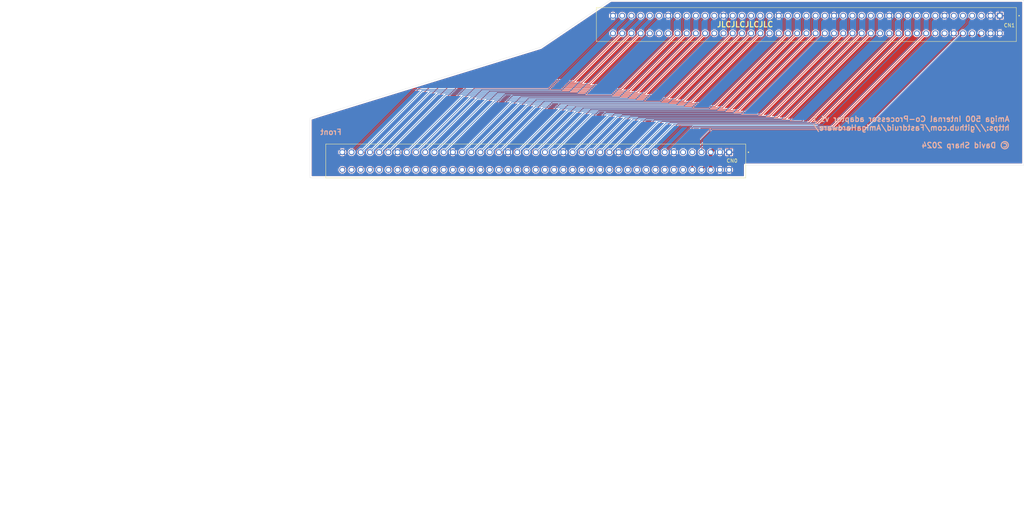
<source format=kicad_pcb>
(kicad_pcb (version 20240108) (generator "pcbnew") (generator_version "8.0")
  (layers (0 "F.Cu" signal) (1 "In1.Cu" signal) (2 "In2.Cu" signal) (31 "B.Cu" signal) (34 "B.Paste" user) (35 "F.Paste" user) (36 "B.SilkS" user "B.Silkscreen") (37 "F.SilkS" user "F.Silkscreen") (38 "B.Mask" user) (39 "F.Mask" user) (44 "Edge.Cuts" user))
  (net 0 "")
  (net 1 "+5V")
  (net 2 "GND")
  (net 3 "-5V")
  (net 4 "+12V")
  (net 5 "CCKQ")
  (net 6 "INT6")
  (net 7 "XRDY")
  (net 8 "BOSS")
  (net 9 "IPL1")
  (net 10 "A4")
  (net 11 "A3")
  (net 12 "A7")
  (net 13 "A8")
  (net 14 "A9")
  (net 15 "A10")
  (net 16 "A11")
  (net 17 "A12")
  (net 18 "IPL2")
  (net 19 "IPL0")
  (net 20 "BEER")
  (net 21 "VPA")
  (net 22 "E")
  (net 23 "A18")
  (net 24 "D6")
  (net 25 "D7")
  (net 26 "BGACK")
  (net 27 "D8")
  (net 28 "D9")
  (net 29 "D10")
  (net 30 "AS")
  (net 31 "UDS")
  (net 32 "LDS")
  (net 33 "R_W")
  (net 34 "DTACK")
  (net 35 "A21")
  (net 36 "D5")
  (net 37 "A20")
  (net 38 "A19")
  (net 39 "D0")
  (net 40 "D1")
  (net 41 "D2")
  (net 42 "D3")
  (net 43 "D4")
  (net 44 "D11")
  (net 45 "D12")
  (net 46 "D13")
  (net 47 "D14")
  (net 48 "D15")
  (net 49 "VMA")
  (net 50 "FC2")
  (net 51 "FC1")
  (net 52 "FC0")
  (net 53 "HLT")
  (net 54 "RST")
  (net 55 "CCK")
  (net 56 "28MHz")
  (net 57 "CDAC")
  (net 58 "OVR")
  (net 59 "INT2")
  (net 60 "A5")
  (net 61 "A6")
  (net 62 "A2")
  (net 63 "A1")
  (net 64 "A13")
  (net 65 "A14")
  (net 66 "A15")
  (net 67 "A16")
  (net 68 "A17")
  (net 69 "A22")
  (net 70 "A23")
  (net 71 "V7M")
  (net 72 "BR")
  (net 73 "BG")
  (footprint "footprints:TE_1-5530843-0" (layer "F.Cu") (at 118.280569 118.455131 180)
    (property "Reference" "CN0")
    (property "Value" "Co-Processor")
  )
  (footprint "footprints:TE_1-5530843-0" (layer "F.Cu") (at 192.930569 80.805131 180)
    (property "Reference" "CN1")
    (property "Value" "Co-Processor")
  )
  (gr_line (start 56.020569 123.100831) (end 56.020569 106.630831) (stroke (width 0.05)) (layer "Edge.Cuts"))
  (gr_line (start 176.180569 74.070831) (end 138.910569 74.070831) (stroke (width 0.05)) (layer "Edge.Cuts"))
  (gr_line (start 252.930569 74.069431) (end 252.930569 119.599431) (stroke (width 0.05)) (layer "Edge.Cuts"))
  (gr_line (start 176.180569 123.100831) (end 56.020569 123.100831) (stroke (width 0.05)) (layer "Edge.Cuts"))
  (gr_line (start 176.180569 74.070831) (end 252.930569 74.070831) (stroke (width 0.05)) (layer "Edge.Cuts"))
  (gr_line (start 176.180569 123.100831) (end 176.180569 119.600831) (stroke (width 0.05)) (layer "Edge.Cuts"))
  (gr_line (start 138.910569 74.070831) (end 119.590569 87.100831) (stroke (width 0.05)) (layer "Edge.Cuts"))
  (gr_line (start 176.180569 119.600831) (end 252.930569 119.600831) (stroke (width 0.05)) (layer "Edge.Cuts"))
  (gr_line (start 56.020569 106.630831) (end 119.590569 87.100831) (stroke (width 0.05)) (layer "Edge.Cuts"))
  (gr_text "Front" (at 64.890569 111.359431 0) (layer "B.SilkS") (effects (font (size 1.5 1.5) (thickness 0.3) (bold yes)) (justify left bottom mirror)))
  (gr_text "Amiga 500 Internal Co-Processor adaptor v1.1\nhttps://github.com/Fastdruid/AmigaHardware/\n\n© David Sharp 2024" (at 249.130569 114.999431 0) (layer "B.SilkS") (effects (font (size 1.5 1.5) (thickness 0.3) (bold yes)) (justify left bottom mirror)))
  (gr_text "JLCJLCJLCJLC" (at 168.100569 81.659431 0) (layer "F.SilkS") (effects (font (size 1.5 1.5) (thickness 0.3) (bold yes)) (justify left bottom)))
  (segment (start -19.213931 213.377831) (end -19.313931 213.277831) (width 0) (layer "F.Cu") (net 0))
  (segment (start -11.593931 213.377831) (end -11.693931 213.277831) (width 0) (layer "F.Cu") (net 0))
  (segment (start -6.513931 213.377831) (end -6.613931 213.277831) (width 0) (layer "F.Cu") (net 0))
  (segment (start -29.373931 213.377831) (end -29.473931 213.277831) (width 0) (layer "F.Cu") (net 0))
  (segment (start -24.293931 213.377831) (end -24.393931 213.277831) (width 0) (layer "F.Cu") (net 0))
  (segment (start 173.139719 114.55) (end 209.8714 114.55) (width 1) (layer "F.Cu") (net 1))
  (segment (start 209.8714 114.55) (end 241.190569 83.230831) (width 1) (layer "F.Cu") (net 1))
  (segment (start 173.1 114.510281) (end 173.139719 114.55) (width 1) (layer "F.Cu") (net 1))
  (segment (start 168.059719 114.510281) (end 173.1 114.510281) (width 1) (layer "F.Cu") (net 1))
  (segment (start 166.540569 116.029431) (end 168.059719 114.510281) (width 1) (layer "F.Cu") (net 1))
  (segment (start 166.530569 120.860831) (end 166.530569 116.009431) (width 1) (layer "F.Cu") (net 1))
  (segment (start 165.269719 116.555131) (end 165.261419 116.563431) (width 0.5) (layer "F.Cu") (net 3))
  (segment (start 238.650569 83.230831) (end 238.619169 83.230831) (width 0.5) (layer "F.Cu") (net 3))
  (segment (start 165.261419 116.563431) (end 165.261419 119.589981) (width 0.5) (layer "F.Cu") (net 3))
  (segment (start 168.05345 112.72) (end 165.269719 115.503731) (width 0.5) (layer "F.Cu") (net 3))
  (segment (start 209.13 112.72) (end 168.05345 112.72) (width 0.5) (layer "F.Cu") (net 3))
  (segment (start 165.261419 119.589981) (end 163.990569 120.860831) (width 0.5) (layer "F.Cu") (net 3))
  (segment (start 238.619169 83.230831) (end 209.13 112.72) (width 0.5) (layer "F.Cu") (net 3))
  (segment (start 165.269719 115.503731) (end 165.269719 116.555131) (width 0.5) (layer "F.Cu") (net 3))
  (segment (start 162.729719 116.555131) (end 162.729719 115.475431) (width 0.5) (layer "F.Cu") (net 4))
  (segment (start 162.719719 116.565131) (end 162.729719 116.555131) (width 0.5) (layer "F.Cu") (net 4))
  (segment (start 161.450569 120.860831) (end 161.450569 118.739431) (width 0.5) (layer "F.Cu") (net 4))
  (segment (start 162.719719 117.470281) (end 162.719719 116.565131) (width 0.5) (layer "F.Cu") (net 4))
  (segment (start 162.729719 115.475431) (end 166.86515 111.34) (width 0.5) (layer "F.Cu") (net 4))
  (segment (start 161.450569 118.739431) (end 162.719719 117.470281) (width 0.5) (layer "F.Cu") (net 4))
  (segment (start 208.0014 111.34) (end 236.110569 83.230831) (width 0.5) (layer "F.Cu") (net 4))
  (segment (start 166.86515 111.34) (end 208.0014 111.34) (width 0.5) (layer "F.Cu") (net 4))
  (segment (start 160.102819 115.757181) (end 160.102819 117.128581) (width 0.2) (layer "F.Cu") (net 5))
  (segment (start 231.030569 83.230831) (end 230.879169 83.230831) (width 0.2) (layer "F.Cu") (net 5))
  (segment (start 204.250569 109.859431) (end 166.000569 109.859431) (width 0.2) (layer "F.Cu") (net 5))
  (segment (start 166.000569 109.859431) (end 160.102819 115.757181) (width 0.2) (layer "F.Cu") (net 5))
  (segment (start 160.102819 117.128581) (end 156.370569 120.860831) (width 0.2) (layer "F.Cu") (net 5))
  (segment (start 230.879169 83.230831) (end 204.250569 109.859431) (width 0.2) (layer "F.Cu") (net 5))
  (segment (start 195.920569 108.259431) (end 157.440569 108.259431) (width 0.2) (layer "F.Cu") (net 6))
  (segment (start 149.879719 116.492999) (end 149.869719 116.502999) (width 0.2) (layer "F.Cu") (net 6))
  (segment (start 220.870569 83.309431) (end 195.920569 108.259431) (width 0.2) (layer "F.Cu") (net 6))
  (segment (start 149.879719 115.820281) (end 149.879719 116.492999) (width 0.2) (layer "F.Cu") (net 6))
  (segment (start 149.869719 116.502999) (end 149.869719 117.201681) (width 0.2) (layer "F.Cu") (net 6))
  (segment (start 149.869719 117.201681) (end 146.210569 120.860831) (width 0.2) (layer "F.Cu") (net 6))
  (segment (start 157.440569 108.259431) (end 149.879719 115.820281) (width 0.2) (layer "F.Cu") (net 6))
  (segment (start 220.870569 83.230831) (end 220.870569 83.309431) (width 0.2) (layer "F.Cu") (net 6))
  (segment (start 161.730569 109.059431) (end 155.251419 115.538581) (width 0.2) (layer "F.Cu") (net 7))
  (segment (start 200.110569 109.059431) (end 161.730569 109.059431) (width 0.2) (layer "F.Cu") (net 7))
  (segment (start 225.939169 83.230831) (end 200.110569 109.059431) (width 0.2) (layer "F.Cu") (net 7))
  (segment (start 155.251419 116.899981) (end 151.290569 120.860831) (width 0.2) (layer "F.Cu") (net 7))
  (segment (start 155.251419 115.538581) (end 155.251419 116.899981) (width 0.2) (layer "F.Cu") (net 7))
  (segment (start 225.950569 83.230831) (end 225.939169 83.230831) (width 0.2) (layer "F.Cu") (net 7))
  (segment (start 124.479719 117.191681) (end 120.810569 120.860831) (width 0.2) (layer "F.Cu") (net 9))
  (segment (start 124.479719 115.837563) (end 124.479719 117.191681) (width 0.2) (layer "F.Cu") (net 9))
  (segment (start 174.190569 104.579431) (end 135.737851 104.579431) (width 0.2) (layer "F.Cu") (net 9))
  (segment (start 195.470569 83.299431) (end 174.190569 104.579431) (width 0.2) (layer "F.Cu") (net 9))
  (segment (start 195.470569 83.230831) (end 195.470569 83.299431) (width 0.2) (layer "F.Cu") (net 9))
  (segment (start 135.737851 104.579431) (end 124.479719 115.837563) (width 0.2) (layer "F.Cu") (net 9))
  (segment (start 155.317851 107.859431) (end 147.289719 115.887563) (width 0.2) (layer "F.Cu") (net 10))
  (segment (start 147.289719 115.887563) (end 147.289719 116.472288) (width 0.2) (layer "F.Cu") (net 10))
  (segment (start 193.660569 107.859431) (end 155.317851 107.859431) (width 0.2) (layer "F.Cu") (net 10))
  (segment (start 147.279719 116.482288) (end 147.279719 117.251681) (width 0.2) (layer "F.Cu") (net 10))
  (segment (start 147.289719 116.472288) (end 147.279719 116.482288) (width 0.2) (layer "F.Cu") (net 10))
  (segment (start 218.330569 83.230831) (end 218.289169 83.230831) (width 0.2) (layer "F.Cu") (net 10))
  (segment (start 147.279719 117.251681) (end 143.670569 120.860831) (width 0.2) (layer "F.Cu") (net 10))
  (segment (start 218.289169 83.230831) (end 193.660569 107.859431) (width 0.2) (layer "F.Cu") (net 10))
  (segment (start 145.141419 115.528581) (end 145.141419 116.849981) (width 0.2) (layer "F.Cu") (net 11))
  (segment (start 145.141419 116.849981) (end 141.130569 120.860831) (width 0.2) (layer "F.Cu") (net 11))
  (segment (start 215.790569 83.230831) (end 215.790569 83.359431) (width 0.2) (layer "F.Cu") (net 11))
  (segment (start 215.790569 83.359431) (end 191.640569 107.509431) (width 0.2) (layer "F.Cu") (net 11))
  (segment (start 191.640569 107.509431) (end 153.160569 107.509431) (width 0.2) (layer "F.Cu") (net 11))
  (segment (start 153.160569 107.509431) (end 145.141419 115.528581) (width 0.2) (layer "F.Cu") (net 11))
  (segment (start 142.249719 117.201681) (end 138.590569 120.860831) (width 0.2) (layer "F.Cu") (net 12))
  (segment (start 142.259719 116.492999) (end 142.249719 116.502999) (width 0.2) (layer "F.Cu") (net 12))
  (segment (start 142.259719 115.908274) (end 142.259719 116.492999) (width 0.2) (layer "F.Cu") (net 12))
  (segment (start 213.250569 83.230831) (end 213.250569 83.329431) (width 0.2) (layer "F.Cu") (net 12))
  (segment (start 151.008562 107.159431) (end 142.259719 115.908274) (width 0.2) (layer "F.Cu") (net 12))
  (segment (start 189.420569 107.159431) (end 151.008562 107.159431) (width 0.2) (layer "F.Cu") (net 12))
  (segment (start 142.249719 116.502999) (end 142.249719 117.201681) (width 0.2) (layer "F.Cu") (net 12))
  (segment (start 213.250569 83.329431) (end 189.420569 107.159431) (width 0.2) (layer "F.Cu") (net 12))
  (segment (start 148.747851 106.809431) (end 139.669719 115.887563) (width 0.2) (layer "F.Cu") (net 13))
  (segment (start 139.669719 117.241681) (end 136.050569 120.860831) (width 0.2) (layer "F.Cu") (net 13))
  (segment (start 210.710569 83.230831) (end 210.710569 83.269431) (width 0.2) (layer "F.Cu") (net 13))
  (segment (start 210.710569 83.269431) (end 187.170569 106.809431) (width 0.2) (layer "F.Cu") (net 13))
  (segment (start 139.669719 115.887563) (end 139.669719 117.241681) (width 0.2) (layer "F.Cu") (net 13))
  (segment (start 187.170569 106.809431) (end 148.747851 106.809431) (width 0.2) (layer "F.Cu") (net 13))
  (segment (start 137.521419 115.548581) (end 137.521419 116.849981) (width 0.2) (layer "F.Cu") (net 14))
  (segment (start 146.640569 106.429431) (end 137.521419 115.548581) (width 0.2) (layer "F.Cu") (net 14))
  (segment (start 208.169169 83.230831) (end 184.970569 106.429431) (width 0.2) (layer "F.Cu") (net 14))
  (segment (start 208.170569 83.230831) (end 208.169169 83.230831) (width 0.2) (layer "F.Cu") (net 14))
  (segment (start 137.521419 116.849981) (end 133.510569 120.860831) (width 0.2) (layer "F.Cu") (net 14))
  (segment (start 184.970569 106.429431) (end 146.640569 106.429431) (width 0.2) (layer "F.Cu") (net 14))
  (segment (start 182.810569 106.079431) (end 144.468562 106.079431) (width 0.2) (layer "F.Cu") (net 15))
  (segment (start 134.981419 116.849981) (end 130.970569 120.860831) (width 0.2) (layer "F.Cu") (net 15))
  (segment (start 144.468562 106.079431) (end 134.981419 115.566574) (width 0.2) (layer "F.Cu") (net 15))
  (segment (start 134.981419 115.566574) (end 134.981419 116.849981) (width 0.2) (layer "F.Cu") (net 15))
  (segment (start 205.630569 83.259431) (end 182.810569 106.079431) (width 0.2) (layer "F.Cu") (net 15))
  (segment (start 205.630569 83.230831) (end 205.630569 83.259431) (width 0.2) (layer "F.Cu") (net 15))
  (segment (start 203.090569 83.230831) (end 203.039169 83.230831) (width 0.2) (layer "F.Cu") (net 16))
  (segment (start 132.039719 116.482288) (end 132.039719 117.251681) (width 0.2) (layer "F.Cu") (net 16))
  (segment (start 180.540569 105.729431) (end 142.210569 105.729431) (width 0.2) (layer "F.Cu") (net 16))
  (segment (start 132.049719 115.890281) (end 132.049719 116.472288) (width 0.2) (layer "F.Cu") (net 16))
  (segment (start 132.049719 116.472288) (end 132.039719 116.482288) (width 0.2) (layer "F.Cu") (net 16))
  (segment (start 132.039719 117.251681) (end 128.430569 120.860831) (width 0.2) (layer "F.Cu") (net 16))
  (segment (start 142.210569 105.729431) (end 132.049719 115.890281) (width 0.2) (layer "F.Cu") (net 16))
  (segment (start 203.039169 83.230831) (end 180.540569 105.729431) (width 0.2) (layer "F.Cu") (net 16))
  (segment (start 178.480569 105.379431) (end 140.070569 105.379431) (width 0.2) (layer "F.Cu") (net 17))
  (segment (start 129.901419 115.548581) (end 129.901419 116.849981) (width 0.2) (layer "F.Cu") (net 17))
  (segment (start 140.070569 105.379431) (end 129.901419 115.548581) (width 0.2) (layer "F.Cu") (net 17))
  (segment (start 200.550569 83.309431) (end 178.480569 105.379431) (width 0.2) (layer "F.Cu") (net 17))
  (segment (start 129.901419 116.849981) (end 125.890569 120.860831) (width 0.2) (layer "F.Cu") (net 17))
  (segment (start 200.550569 83.230831) (end 200.550569 83.309431) (width 0.2) (layer "F.Cu") (net 17))
  (segment (start 133.550569 104.179431) (end 122.002819 115.727181) (width 0.2) (layer "F.Cu") (net 18))
  (segment (start 192.930569 83.230831) (end 192.929169 83.230831) (width 0.2) (layer "F.Cu") (net 18))
  (segment (start 122.002819 115.727181) (end 122.002819 117.128581) (width 0.2) (layer "F.Cu") (net 18))
  (segment (start 171.980569 104.179431) (end 133.550569 104.179431) (width 0.2) (layer "F.Cu") (net 18))
  (segment (start 122.002819 117.128581) (end 118.270569 120.860831) (width 0.2) (layer "F.Cu") (net 18))
  (segment (start 192.929169 83.230831) (end 171.980569 104.179431) (width 0.2) (layer "F.Cu") (net 18))
  (segment (start 127.311419 116.899981) (end 123.350569 120.860831) (width 0.2) (layer "F.Cu") (net 19))
  (segment (start 137.740569 104.979431) (end 127.311419 115.408581) (width 0.2) (layer "F.Cu") (net 19))
  (segment (start 198.010569 83.230831) (end 198.009169 83.230831) (width 0.2) (layer "F.Cu") (net 19))
  (segment (start 176.260569 104.979431) (end 137.740569 104.979431) (width 0.2) (layer "F.Cu") (net 19))
  (segment (start 127.311419 115.408581) (end 127.311419 116.899981) (width 0.2) (layer "F.Cu") (net 19))
  (segment (start 198.009169 83.230831) (end 176.260569 104.979431) (width 0.2) (layer "F.Cu") (net 19))
  (segment (start 119.399719 115.837563) (end 119.399719 116.492999) (width 0.2) (layer "F.Cu") (net 20))
  (segment (start 131.457851 103.779431) (end 119.399719 115.837563) (width 0.2) (layer "F.Cu") (net 20))
  (segment (start 119.399719 116.492999) (end 119.389719 116.502999) (width 0.2) (layer "F.Cu") (net 20))
  (segment (start 119.389719 116.502999) (end 119.389719 117.201681) (width 0.2) (layer "F.Cu") (net 20))
  (segment (start 190.390569 83.230831) (end 190.379169 83.230831) (width 0.2) (layer "F.Cu") (net 20))
  (segment (start 190.379169 83.230831) (end 169.830569 103.779431) (width 0.2) (layer "F.Cu") (net 20))
  (segment (start 119.389719 117.201681) (end 115.730569 120.860831) (width 0.2) (layer "F.Cu") (net 20))
  (segment (start 169.830569 103.779431) (end 131.457851 103.779431) (width 0.2) (layer "F.Cu") (net 20))
  (segment (start 117.201419 116.849981) (end 113.190569 120.860831) (width 0.2) (layer "F.Cu") (net 21))
  (segment (start 129.388562 103.379431) (end 117.201419 115.566574) (width 0.2) (layer "F.Cu") (net 21))
  (segment (start 187.850569 83.230831) (end 187.850569 83.299431) (width 0.2) (layer "F.Cu") (net 21))
  (segment (start 187.850569 83.299431) (end 167.770569 103.379431) (width 0.2) (layer "F.Cu") (net 21))
  (segment (start 117.201419 115.566574) (end 117.201419 116.849981) (width 0.2) (layer "F.Cu") (net 21))
  (segment (start 167.770569 103.379431) (end 129.388562 103.379431) (width 0.2) (layer "F.Cu") (net 21))
  (segment (start 165.570569 102.979431) (end 127.177851 102.979431) (width 0.2) (layer "F.Cu") (net 22))
  (segment (start 114.309719 117.201681) (end 110.650569 120.860831) (width 0.2) (layer "F.Cu") (net 22))
  (segment (start 114.309719 116.502999) (end 114.309719 117.201681) (width 0.2) (layer "F.Cu") (net 22))
  (segment (start 185.310569 83.239431) (end 165.570569 102.979431) (width 0.2) (layer "F.Cu") (net 22))
  (segment (start 114.319719 115.837563) (end 114.319719 116.492999) (width 0.2) (layer "F.Cu") (net 22))
  (segment (start 127.177851 102.979431) (end 114.319719 115.837563) (width 0.2) (layer "F.Cu") (net 22))
  (segment (start 185.310569 83.230831) (end 185.310569 83.239431) (width 0.2) (layer "F.Cu") (net 22))
  (segment (start 114.319719 116.492999) (end 114.309719 116.502999) (width 0.2) (layer "F.Cu") (net 22))
  (segment (start 125.108562 102.579431) (end 112.121419 115.566574) (width 0.2) (layer "F.Cu") (net 23))
  (segment (start 182.770569 83.230831) (end 182.770569 83.279431) (width 0.2) (layer "F.Cu") (net 23))
  (segment (start 112.121419 116.849981) (end 108.110569 120.860831) (width 0.2) (layer "F.Cu") (net 23))
  (segment (start 112.121419 115.566574) (end 112.121419 116.849981) (width 0.2) (layer "F.Cu") (net 23))
  (segment (start 163.470569 102.579431) (end 125.108562 102.579431) (width 0.2) (layer "F.Cu") (net 23))
  (segment (start 182.770569 83.279431) (end 163.470569 102.579431) (width 0.2) (layer "F.Cu") (net 23))
  (segment (start 128.790569 96.579431) (end 93.334735 96.579431) (width 0.2) (layer "F.Cu") (net 24))
  (segment (start 71.089719 117.241681) (end 67.470569 120.860831) (width 0.2) (layer "F.Cu") (net 24))
  (segment (start 93.334735 96.579431) (end 89.240831 97.837162) (width 0.2) (layer "F.Cu") (net 24))
  (segment (start 71.089719 115.988274) (end 71.089719 117.241681) (width 0.2) (layer "F.Cu") (net 24))
  (segment (start 89.240831 97.837162) (end 71.089719 115.988274) (width 0.2) (layer "F.Cu") (net 24))
  (segment (start 142.130569 83.239431) (end 128.790569 96.579431) (width 0.2) (layer "F.Cu") (net 24))
  (segment (start 142.130569 83.230831) (end 142.130569 83.239431) (width 0.2) (layer "F.Cu") (net 24))
  (segment (start 144.670569 83.230831) (end 144.669169 83.230831) (width 0.2) (layer "F.Cu") (net 25))
  (segment (start 92.378705 97.239288) (end 73.629719 115.988274) (width 0.2) (layer "F.Cu") (net 25))
  (segment (start 73.629719 115.988274) (end 73.629719 117.241681) (width 0.2) (layer "F.Cu") (net 25))
  (segment (start 73.629719 117.241681) (end 70.010569 120.860831) (width 0.2) (layer "F.Cu") (net 25))
  (segment (start 130.970569 96.929431) (end 93.387287 96.929431) (width 0.2) (layer "F.Cu") (net 25))
  (segment (start 93.387287 96.929431) (end 92.378705 97.239288) (width 0.2) (layer "F.Cu") (net 25))
  (segment (start 144.669169 83.230831) (end 130.970569 96.929431) (width 0.2) (layer "F.Cu") (net 25))
  (segment (start 99.079719 116.492999) (end 99.069719 116.502999) (width 0.2) (layer "F.Cu") (net 26))
  (segment (start 114.187851 100.729431) (end 99.079719 115.837563) (width 0.2) (layer "F.Cu") (net 26))
  (segment (start 99.069719 116.502999) (end 99.069719 117.201681) (width 0.2) (layer "F.Cu") (net 26))
  (segment (start 170.070569 83.269431) (end 152.610569 100.729431) (width 0.2) (layer "F.Cu") (net 26))
  (segment (start 99.069719 117.201681) (end 95.410569 120.860831) (width 0.2) (layer "F.Cu") (net 26))
  (segment (start 99.079719 115.837563) (end 99.079719 116.492999) (width 0.2) (layer "F.Cu") (net 26))
  (segment (start 152.610569 100.729431) (end 114.187851 100.729431) (width 0.2) (layer "F.Cu") (net 26))
  (segment (start 170.070569 83.230831) (end 170.070569 83.269431) (width 0.2) (layer "F.Cu") (net 26))
  (segment (start 76.169719 115.988274) (end 76.169719 117.241681) (width 0.2) (layer "F.Cu") (net 27))
  (segment (start 133.170569 97.279431) (end 94.878562 97.279431) (width 0.2) (layer "F.Cu") (net 27))
  (segment (start 94.878562 97.279431) (end 76.169719 115.988274) (width 0.2) (layer "F.Cu") (net 27))
  (segment (start 147.210569 83.230831) (end 147.210569 83.239431) (width 0.2) (layer "F.Cu") (net 27))
  (segment (start 76.169719 117.241681) (end 72.550569 120.860831) (width 0.2) (layer "F.Cu") (net 27))
  (segment (start 147.210569 83.239431) (end 133.170569 97.279431) (width 0.2) (layer "F.Cu") (net 27))
  (segment (start 96.997851 97.629431) (end 78.822819 115.804463) (width 0.2) (layer "F.Cu") (net 28))
  (segment (start 149.750569 83.230831) (end 149.739169 83.230831) (width 0.2) (layer "F.Cu") (net 28))
  (segment (start 149.739169 83.230831) (end 135.340569 97.629431) (width 0.2) (layer "F.Cu") (net 28))
  (segment (start 135.340569 97.629431) (end 96.997851 97.629431) (width 0.2) (layer "F.Cu") (net 28))
  (segment (start 78.822819 115.804463) (end 78.822819 117.128581) (width 0.2) (layer "F.Cu") (net 28))
  (segment (start 78.822819 117.128581) (end 75.090569 120.860831) (width 0.2) (layer "F.Cu") (net 28))
  (segment (start 81.299719 115.938274) (end 81.299719 117.191681) (width 0.2) (layer "F.Cu") (net 29))
  (segment (start 152.289169 83.230831) (end 137.540569 97.979431) (width 0.2) (layer "F.Cu") (net 29))
  (segment (start 81.299719 117.191681) (end 77.630569 120.860831) (width 0.2) (layer "F.Cu") (net 29))
  (segment (start 137.540569 97.979431) (end 99.258562 97.979431) (width 0.2) (layer "F.Cu") (net 29))
  (segment (start 99.258562 97.979431) (end 81.299719 115.938274) (width 0.2) (layer "F.Cu") (net 29))
  (segment (start 152.290569 83.230831) (end 152.289169 83.230831) (width 0.2) (layer "F.Cu") (net 29))
  (segment (start 154.830569 83.230831) (end 154.830569 83.339431) (width 0.2) (layer "F.Cu") (net 30))
  (segment (start 84.181419 116.849981) (end 80.170569 120.860831) (width 0.2) (layer "F.Cu") (net 30))
  (segment (start 139.840569 98.329431) (end 101.400569 98.329431) (width 0.2) (layer "F.Cu") (net 30))
  (segment (start 101.400569 98.329431) (end 84.181419 115.548581) (width 0.2) (layer "F.Cu") (net 30))
  (segment (start 154.830569 83.339431) (end 139.840569 98.329431) (width 0.2) (layer "F.Cu") (net 30))
  (segment (start 84.181419 115.548581) (end 84.181419 116.849981) (width 0.2) (layer "F.Cu") (net 30))
  (segment (start 86.379719 115.837563) (end 86.379719 117.191681) (width 0.2) (layer "F.Cu") (net 31))
  (segment (start 103.487851 98.729431) (end 86.379719 115.837563) (width 0.2) (layer "F.Cu") (net 31))
  (segment (start 86.379719 117.191681) (end 82.710569 120.860831) (width 0.2) (layer "F.Cu") (net 31))
  (segment (start 141.860569 98.729431) (end 103.487851 98.729431) (width 0.2) (layer "F.Cu") (net 31))
  (segment (start 157.359169 83.230831) (end 141.860569 98.729431) (width 0.2) (layer "F.Cu") (net 31))
  (segment (start 157.370569 83.230831) (end 157.359169 83.230831) (width 0.2) (layer "F.Cu") (net 31))
  (segment (start 105.627851 99.129431) (end 88.919719 115.837563) (width 0.2) (layer "F.Cu") (net 32))
  (segment (start 88.919719 116.492999) (end 88.909719 116.502999) (width 0.2) (layer "F.Cu") (net 32))
  (segment (start 159.910569 83.299431) (end 144.080569 99.129431) (width 0.2) (layer "F.Cu") (net 32))
  (segment (start 159.910569 83.230831) (end 159.910569 83.299431) (width 0.2) (layer "F.Cu") (net 32))
  (segment (start 88.919719 115.837563) (end 88.919719 116.492999) (width 0.2) (layer "F.Cu") (net 32))
  (segment (start 88.909719 116.502999) (end 88.909719 117.201681) (width 0.2) (layer "F.Cu") (net 32))
  (segment (start 88.909719 117.201681) (end 85.250569 120.860831) (width 0.2) (layer "F.Cu") (net 32))
  (segment (start 144.080569 99.129431) (end 105.627851 99.129431) (width 0.2) (layer "F.Cu") (net 32))
  (segment (start 146.230569 99.529431) (end 107.790569 99.529431) (width 0.2) (layer "F.Cu") (net 33))
  (segment (start 91.522819 117.128581) (end 87.790569 120.860831) (width 0.2) (layer "F.Cu") (net 33))
  (segment (start 107.790569 99.529431) (end 92.429719 114.890281) (width 0.2) (layer "F.Cu") (net 33))
  (segment (start 92.429719 114.890281) (end 92.407001 114.890281) (width 0.2) (layer "F.Cu") (net 33))
  (segment (start 162.450569 83.309431) (end 146.230569 99.529431) (width 0.2) (layer "F.Cu") (net 33))
  (segment (start 91.522819 115.774463) (end 91.522819 117.128581) (width 0.2) (layer "F.Cu") (net 33))
  (segment (start 162.450569 83.230831) (end 162.450569 83.309431) (width 0.2) (layer "F.Cu") (net 33))
  (segment (start 92.407001 114.890281) (end 91.522819 115.774463) (width 0.2) (layer "F.Cu") (net 33))
  (segment (start 164.990569 83.319431) (end 148.380569 99.929431) (width 0.2) (layer "F.Cu") (net 34))
  (segment (start 109.900569 99.929431) (end 93.999719 115.830281) (width 0.2) (layer "F.Cu") (net 34))
  (segment (start 164.990569 83.230831) (end 164.990569 83.319431) (width 0.2) (layer "F.Cu") (net 34))
  (segment (start 93.989719 116.502999) (end 93.989719 117.201681) (width 0.2) (layer "F.Cu") (net 34))
  (segment (start 148.380569 99.929431) (end 109.900569 99.929431) (width 0.2) (layer "F.Cu") (net 34))
  (segment (start 93.999719 116.492999) (end 93.989719 116.502999) (width 0.2) (layer "F.Cu") (net 34))
  (segment (start 93.989719 117.201681) (end 90.330569 120.860831) (width 0.2) (layer "F.Cu") (net 34))
  (segment (start 93.999719 115.830281) (end 93.999719 116.492999) (width 0.2) (layer "F.Cu") (net 34))
  (segment (start 175.150569 83.230831) (end 175.149169 83.230831) (width 0.2) (layer "F.Cu") (net 35))
  (segment (start 104.149719 116.502999) (end 104.149719 117.201681) (width 0.2) (layer "F.Cu") (net 35))
  (segment (start 175.149169 83.230831) (end 156.850569 101.529431) (width 0.2) (layer "F.Cu") (net 35))
  (segment (start 104.149719 117.201681) (end 100.490569 120.860831) (width 0.2) (layer "F.Cu") (net 35))
  (segment (start 104.159719 115.830281) (end 104.159719 116.492999) (width 0.2) (layer "F.Cu") (net 35))
  (segment (start 156.850569 101.529431) (end 118.460569 101.529431) (width 0.2) (layer "F.Cu") (net 35))
  (segment (start 118.460569 101.529431) (end 104.159719 115.830281) (width 0.2) (layer "F.Cu") (net 35))
  (segment (start 104.159719 116.492999) (end 104.149719 116.502999) (width 0.2) (layer "F.Cu") (net 35))
  (segment (start 68.940569 115.597424) (end 86.102957 98.435036) (width 0.2) (layer "F.Cu") (net 36))
  (segment (start 86.143595 98.435036) (end 88.99156 97.560083) (width 0.2) (layer "F.Cu") (net 36))
  (segment (start 93.370531 96.202289) (end 126.547711 96.202289) (width 0.2) (layer "F.Cu") (net 36))
  (segment (start 64.930569 120.860831) (end 68.940569 116.850831) (width 0.2) (layer "F.Cu") (net 36))
  (segment (start 126.547711 96.202289) (end 139.519169 83.230831) (width 0.2) (layer "F.Cu") (net 36))
  (segment (start 88.99156 97.560083) (end 88.999463 97.54517) (width 0.2) (layer "F.Cu") (net 36))
  (segment (start 139.519169 83.230831) (end 139.590569 83.230831) (width 0.2) (layer "F.Cu") (net 36))
  (segment (start 88.999463 97.54517) (end 93.370531 96.202289) (width 0.2) (layer "F.Cu") (net 36))
  (segment (start 68.940569 116.850831) (end 68.940569 115.597424) (width 0.2) (layer "F.Cu") (net 36))
  (segment (start 107.041419 115.558581) (end 107.041419 116.849981) (width 0.2) (layer "F.Cu") (net 37))
  (segment (start 120.720569 101.879431) (end 107.041419 115.558581) (width 0.2) (layer "F.Cu") (net 37))
  (segment (start 177.690569 83.239431) (end 159.050569 101.879431) (width 0.2) (layer "F.Cu") (net 37))
  (segment (start 177.690569 83.230831) (end 177.690569 83.239431) (width 0.2) (layer "F.Cu") (net 37))
  (segment (start 107.041419 116.849981) (end 103.030569 120.860831) (width 0.2) (layer "F.Cu") (net 37))
  (segment (start 159.050569 101.879431) (end 120.720569 101.879431) (width 0.2) (layer "F.Cu") (net 37))
  (segment (start 180.230569 83.230831) (end 180.230569 83.269431) (width 0.2) (layer "F.Cu") (net 38))
  (segment (start 105.439169 120.860831) (end 105.570569 120.860831) (width 0.2) (layer "F.Cu") (net 38))
  (segment (start 109.189719 116.472288) (end 109.179719 116.482288) (width 0.2) (layer "F.Cu") (net 38))
  (segment (start 109.179719 117.120281) (end 105.439169 120.860831) (width 0.2) (layer "F.Cu") (net 38))
  (segment (start 161.270569 102.229431) (end 122.847851 102.229431) (width 0.2) (layer "F.Cu") (net 38))
  (segment (start 180.230569 83.269431) (end 161.270569 102.229431) (width 0.2) (layer "F.Cu") (net 38))
  (segment (start 122.847851 102.229431) (end 109.189719 115.887563) (width 0.2) (layer "F.Cu") (net 38))
  (segment (start 109.189719 115.887563) (end 109.189719 116.472288) (width 0.2) (layer "F.Cu") (net 38))
  (segment (start 109.179719 116.482288) (end 109.179719 117.120281) (width 0.2) (layer "F.Cu") (net 38))
  (segment (start 152.290569 78.379431) (end 148.681419 81.988581) (width 0.2) (layer "B.Cu") (net 39))
  (segment (start 93.53 100.11) (end 77.630569 116.009431) (width 0.2) (layer "B.Cu") (net 39))
  (segment (start 148.681419 81.988581) (end 148.681419 83.288581) (width 0.2) (layer "B.Cu") (net 39))
  (segment (start 131.86 100.11) (end 93.53 100.11) (width 0.2) (layer "B.Cu") (net 39))
  (segment (start 148.681419 83.288581) (end 131.86 100.11) (width 0.2) (layer "B.Cu") (net 39))
  (segment (start 146.141419 81.988581) (end 146.141419 83.308581) (width 0.2) (layer "B.Cu") (net 40))
  (segment (start 91.34 99.76) (end 75.090569 116.009431) (width 0.2) (layer "B.Cu") (net 40))
  (segment (start 129.69 99.76) (end 91.34 99.76) (width 0.2) (layer "B.Cu") (net 40))
  (segment (start 149.750569 78.379431) (end 146.141419 81.988581) (width 0.2) (layer "B.Cu") (net 40))
  (segment (start 146.141419 83.308581) (end 129.69 99.76) (width 0.2) (layer "B.Cu") (net 40))
  (segment (start 127.53 99.41) (end 89.15 99.41) (width 0.2) (layer "B.Cu") (net 41))
  (segment (start 143.210569 82.379431) (end 143.210569 83.729431) (width 0.2) (layer "B.Cu") (net 41))
  (segment (start 143.210569 83.729431) (end 127.53 99.41) (width 0.2) (layer "B.Cu") (net 41))
  (segment (start 147.210569 78.379431) (end 143.210569 82.379431) (width 0.2) (layer "B.Cu") (net 41))
  (segment (start 89.15 99.41) (end 72.550569 116.009431) (width 0.2) (layer "B.Cu") (net 41))
  (segment (start 141.061419 81.988581) (end 141.061419 83.318581) (width 0.2) (layer "B.Cu") (net 42))
  (segment (start 86.96 99.06) (end 70.010569 116.009431) (width 0.2) (layer "B.Cu") (net 42))
  (segment (start 141.061419 83.318581) (end 125.32 99.06) (width 0.2) (layer "B.Cu") (net 42))
  (segment (start 144.670569 78.379431) (end 141.061419 81.988581) (width 0.2) (layer "B.Cu") (net 42))
  (segment (start 125.32 99.06) (end 86.96 99.06) (width 0.2) (layer "B.Cu") (net 42))
  (segment (start 67.470569 115.979431) (end 67.470569 116.009431) (width 0.2) (layer "B.Cu") (net 43))
  (segment (start 142.130569 78.379431) (end 121.8 98.71) (width 0.2) (layer "B.Cu") (net 43))
  (segment (start 84.74 98.71) (end 67.470569 115.979431) (width 0.2) (layer "B.Cu") (net 43))
  (segment (start 121.8 98.71) (end 84.74 98.71) (width 0.2) (layer "B.Cu") (net 43))
  (segment (start 157.370569 78.379431) (end 155.899719 79.850281) (width 0.2) (layer "B.Cu") (net 44))
  (segment (start 98.26 100.46) (end 82.710569 116.009431) (width 0.2) (layer "B.Cu") (net 44))
  (segment (start 139.22 100.46) (end 98.26 100.46) (width 0.2) (layer "B.Cu") (net 44))
  (segment (start 155.899719 83.780281) (end 139.22 100.46) (width 0.2) (layer "B.Cu") (net 44))
  (segment (start 155.899719 79.850281) (end 155.899719 83.780281) (width 0.2) (layer "B.Cu") (net 44))
  (segment (start 158.770569 79.519431) (end 158.770569 83.429431) (width 0.2) (layer "B.Cu") (net 45))
  (segment (start 141.39 100.81) (end 100.45 100.81) (width 0.2) (layer "B.Cu") (net 45))
  (segment (start 100.45 100.81) (end 85.250569 116.009431) (width 0.2) (layer "B.Cu") (net 45))
  (segment (start 158.770569 83.429431) (end 141.39 100.81) (width 0.2) (layer "B.Cu") (net 45))
  (segment (start 159.910569 78.379431) (end 158.770569 79.519431) (width 0.2) (layer "B.Cu") (net 45))
  (segment (start 161.331419 79.498581) (end 161.331419 83.478581) (width 0.2) (layer "B.Cu") (net 46))
  (segment (start 87.790569 115.559431) (end 87.790569 116.009431) (width 0.2) (layer "B.Cu") (net 46))
  (segment (start 162.450569 78.379431) (end 161.331419 79.498581) (width 0.2) (layer "B.Cu") (net 46))
  (segment (start 143.65 101.16) (end 102.19 101.16) (width 0.2) (layer "B.Cu") (net 46))
  (segment (start 102.19 101.16) (end 87.790569 115.559431) (width 0.2) (layer "B.Cu") (net 46))
  (segment (start 161.331419 83.478581) (end 143.65 101.16) (width 0.2) (layer "B.Cu") (net 46))
  (segment (start 163.569719 83.750281) (end 145.81 101.51) (width 0.2) (layer "B.Cu") (net 47))
  (segment (start 104.83 101.51) (end 90.330569 116.009431) (width 0.2) (layer "B.Cu") (net 47))
  (segment (start 145.81 101.51) (end 104.83 101.51) (width 0.2) (layer "B.Cu") (net 47))
  (segment (start 163.569719 79.800281) (end 163.569719 83.750281) (width 0.2) (layer "B.Cu") (net 47))
  (segment (start 164.990569 78.379431) (end 163.569719 79.800281) (width 0.2) (layer "B.Cu") (net 47))
  (segment (start 167.530569 78.379431) (end 166.109719 79.800281) (width 0.2) (layer "B.Cu") (net 48))
  (segment (start 107.02 101.86) (end 92.870569 116.009431) (width 0.2) (layer "B.Cu") (net 48))
  (segment (start 166.109719 83.730281) (end 147.98 101.86) (width 0.2) (layer "B.Cu") (net 48))
  (segment (start 147.98 101.86) (end 107.02 101.86) (width 0.2) (layer "B.Cu") (net 48))
  (segment (start 166.109719 79.800281) (end 166.109719 83.730281) (width 0.2) (layer "B.Cu") (net 48))
  (segment (start 161.33 103.76) (end 120.36 103.76) (width 0.2) (layer "B.Cu") (net 49))
  (segment (start 182.770569 78.379431) (end 181.701419 79.448581) (width 0.2) (layer "B.Cu") (net 49))
  (segment (start 181.701419 79.448581) (end 181.701419 83.388581) (width 0.2) (layer "B.Cu") (net 49))
  (segment (start 120.36 103.76) (end 108.110569 116.009431) (width 0.2) (layer "B.Cu") (net 49))
  (segment (start 181.701419 83.388581) (end 161.33 103.76) (width 0.2) (layer "B.Cu") (net 49))
  (segment (start 129.549719 114.810281) (end 129.549719 114.890281) (width 0.2) (layer "B.Cu") (net 50))
  (segment (start 201.619719 83.740281) (end 179.5 105.86) (width 0.2) (layer "B.Cu") (net 50))
  (segment (start 179.5 105.86) (end 138.5 105.86) (width 0.2) (layer "B.Cu") (net 50))
  (segment (start 129.549719 114.890281) (end 128.430569 116.009431) (width 0.2) (layer "B.Cu") (net 50))
  (segment (start 203.090569 78.379431) (end 201.619719 79.850281) (width 0.2) (layer "B.Cu") (net 50))
  (segment (start 201.619719 79.850281) (end 201.619719 83.740281) (width 0.2) (layer "B.Cu") (net 50))
  (segment (start 138.5 105.86) (end 129.549719 114.810281) (width 0.2) (layer "B.Cu") (net 50))
  (segment (start 130.970569 115.999431) (end 130.970569 116.009431) (width 0.2) (layer "B.Cu") (net 51))
  (segment (start 205.630569 78.379431) (end 204.561419 79.448581) (width 0.2) (layer "B.Cu") (net 51))
  (segment (start 181.64 106.21) (end 140.76 106.21) (width 0.2) (layer "B.Cu") (net 51))
  (segment (start 204.561419 79.448581) (end 204.561419 83.288581) (width 0.2) (layer "B.Cu") (net 51))
  (segment (start 204.561419 83.288581) (end 181.64 106.21) (width 0.2) (layer "B.Cu") (net 51))
  (segment (start 140.76 106.21) (end 130.970569 115.999431) (width 0.2) (layer "B.Cu") (net 51))
  (segment (start 207.101419 83.271988) (end 183.813407 106.56) (width 0.2) (layer "B.Cu") (net 52))
  (segment (start 142.96 106.56) (end 133.510569 116.009431) (width 0.2) (layer "B.Cu") (net 52))
  (segment (start 208.170569 78.379431) (end 207.101419 79.448581) (width 0.2) (layer "B.Cu") (net 52))
  (segment (start 183.813407 106.56) (end 142.96 106.56) (width 0.2) (layer "B.Cu") (net 52))
  (segment (start 207.101419 79.448581) (end 207.101419 83.271988) (width 0.2) (layer "B.Cu") (net 52))
  (segment (start 176.571419 83.488581) (end 157.1 102.96) (width 0.2) (layer "B.Cu") (net 53))
  (segment (start 116.08 102.96) (end 103.030569 116.009431) (width 0.2) (layer "B.Cu") (net 53))
  (segment (start 176.571419 79.498581) (end 176.571419 83.488581) (width 0.2) (layer "B.Cu") (net 53))
  (segment (start 177.690569 78.379431) (end 176.571419 79.498581) (width 0.2) (layer "B.Cu") (net 53))
  (segment (start 157.1 102.96) (end 116.08 102.96) (width 0.2) (layer "B.Cu") (net 53))
  (segment (start 179.111419 79.498581) (end 179.111419 83.392699) (width 0.2) (layer "B.Cu") (net 54))
  (segment (start 159.144118 103.36) (end 118.22 103.36) (width 0.2) (layer "B.Cu") (net 54))
  (segment (start 179.111419 83.392699) (end 159.144118 103.36) (width 0.2) (layer "B.Cu") (net 54))
  (segment (start 180.230569 78.379431) (end 179.111419 79.498581) (width 0.2) (layer "B.Cu") (net 54))
  (segment (start 118.22 103.36) (end 105.570569 116.009431) (width 0.2) (layer "B.Cu") (net 54))
  (segment (start 163.850569 109.459431) (end 157.791419 115.518581) (width 0.2) (layer "F.Cu") (net 55))
  (segment (start 157.791419 116.899981) (end 153.830569 120.860831) (width 0.2) (layer "F.Cu") (net 55))
  (segment (start 228.490569 83.289431) (end 202.320569 109.459431) (width 0.2) (layer "F.Cu") (net 55))
  (segment (start 202.320569 109.459431) (end 163.850569 109.459431) (width 0.2) (layer "F.Cu") (net 55))
  (segment (start 228.490569 83.230831) (end 228.490569 83.289431) (width 0.2) (layer "F.Cu") (net 55))
  (segment (start 157.791419 115.518581) (end 157.791419 116.899981) (width 0.2) (layer "F.Cu") (net 55))
  (segment (start 228.490569 78.379431) (end 227.069719 79.800281) (width 0.2) (layer "B.Cu") (net 57))
  (segment (start 160.68 109.16) (end 153.830569 116.009431) (width 0.2) (layer "B.Cu") (net 57))
  (segment (start 227.069719 83.720281) (end 201.63 109.16) (width 0.2) (layer "B.Cu") (net 57))
  (segment (start 201.63 109.16) (end 160.68 109.16) (width 0.2) (layer "B.Cu") (net 57))
  (segment (start 227.069719 79.800281) (end 227.069719 83.720281) (width 0.2) (layer "B.Cu") (net 57))
  (segment (start 199.51 108.76) (end 158.54 108.76) (width 0.2) (layer "B.Cu") (net 58))
  (segment (start 224.831419 83.438581) (end 199.51 108.76) (width 0.2) (layer "B.Cu") (net 58))
  (segment (start 224.831419 79.498581) (end 224.831419 83.438581) (width 0.2) (layer "B.Cu") (net 58))
  (segment (start 158.54 108.76) (end 151.290569 116.009431) (width 0.2) (layer "B.Cu") (net 58))
  (segment (start 225.950569 78.379431) (end 224.831419 79.498581) (width 0.2) (layer "B.Cu") (net 58))
  (segment (start 156.4 108.36) (end 148.750569 116.009431) (width 0.2) (layer "B.Cu") (net 59))
  (segment (start 222.291419 79.498581) (end 222.291419 83.478581) (width 0.2) (layer "B.Cu") (net 59))
  (segment (start 222.291419 83.478581) (end 197.41 108.36) (width 0.2) (layer "B.Cu") (net 59))
  (segment (start 223.410569 78.379431) (end 222.291419 79.498581) (width 0.2) (layer "B.Cu") (net 59))
  (segment (start 197.41 108.36) (end 156.4 108.36) (width 0.2) (layer "B.Cu") (net 59))
  (segment (start 219.399719 83.710281) (end 195.15 107.96) (width 0.2) (layer "B.Cu") (net 60))
  (segment (start 220.870569 78.379431) (end 219.399719 79.850281) (width 0.2) (layer "B.Cu") (net 60))
  (segment (start 195.15 107.96) (end 154.26 107.96) (width 0.2) (layer "B.Cu") (net 60))
  (segment (start 154.26 107.96) (end 146.210569 116.009431) (width 0.2) (layer "B.Cu") (net 60))
  (segment (start 219.399719 79.850281) (end 219.399719 83.710281) (width 0.2) (layer "B.Cu") (net 60))
  (segment (start 192.93 107.61) (end 152.07 107.61) (width 0.2) (layer "B.Cu") (net 61))
  (segment (start 218.330569 78.379431) (end 216.859719 79.850281) (width 0.2) (layer "B.Cu") (net 61))
  (segment (start 216.859719 83.680281) (end 192.93 107.61) (width 0.2) (layer "B.Cu") (net 61))
  (segment (start 152.07 107.61) (end 143.670569 116.009431) (width 0.2) (layer "B.Cu") (net 61))
  (segment (start 216.859719 79.850281) (end 216.859719 83.680281) (width 0.2) (layer "B.Cu") (net 61))
  (segment (start 147.34 107.26) (end 138.590569 116.009431) (width 0.2) (layer "B.Cu") (net 62))
  (segment (start 188.24 107.26) (end 147.34 107.26) (width 0.2) (layer "B.Cu") (net 62))
  (segment (start 213.250569 78.379431) (end 212.181419 79.448581) (width 0.2) (layer "B.Cu") (net 62))
  (segment (start 212.181419 83.318581) (end 188.24 107.26) (width 0.2) (layer "B.Cu") (net 62))
  (segment (start 212.181419 79.448581) (end 212.181419 83.318581) (width 0.2) (layer "B.Cu") (net 62))
  (segment (start 209.640569 83.289431) (end 186.02 106.91) (width 0.2) (layer "B.Cu") (net 63))
  (segment (start 186.02 106.91) (end 145.15 106.91) (width 0.2) (layer "B.Cu") (net 63))
  (segment (start 210.710569 78.379431) (end 209.640569 79.449431) (width 0.2) (layer "B.Cu") (net 63))
  (segment (start 209.640569 79.449431) (end 209.640569 83.289431) (width 0.2) (layer "B.Cu") (net 63))
  (segment (start 145.15 106.91) (end 136.050569 116.009431) (width 0.2) (layer "B.Cu") (net 63))
  (segment (start 196.589719 79.800281) (end 196.589719 83.770281) (width 0.2) (layer "B.Cu") (net 64))
  (segment (start 196.589719 83.770281) (end 174.85 105.51) (width 0.2) (layer "B.Cu") (net 64))
  (segment (start 133.85 105.51) (end 123.350569 116.009431) (width 0.2) (layer "B.Cu") (net 64))
  (segment (start 198.010569 78.379431) (end 196.589719 79.800281) (width 0.2) (layer "B.Cu") (net 64))
  (segment (start 174.85 105.51) (end 133.85 105.51) (width 0.2) (layer "B.Cu") (net 64))
  (segment (start 131.65 105.16) (end 127.830569 108.979431) (width 0.2) (layer "B.Cu") (net 65))
  (segment (start 172.71 105.16) (end 131.65 105.16) (width 0.2) (layer "B.Cu") (net 65))
  (segment (start 194.351419 79.498581) (end 194.351419 83.518581) (width 0.2) (layer "B.Cu") (net 65))
  (segment (start 194.351419 83.518581) (end 172.71 105.16) (width 0.2) (layer "B.Cu") (net 65))
  (segment (start 195.470569 78.379431) (end 194.351419 79.498581) (width 0.2) (layer "B.Cu") (net 65))
  (segment (start 127.830569 108.979431) (end 127.830569 108.989431) (width 0.2) (layer "B.Cu") (net 65))
  (segment (start 127.830569 108.989431) (end 120.810569 116.009431) (width 0.2) (layer "B.Cu") (net 65))
  (segment (start 129.47 104.81) (end 118.270569 116.009431) (width 0.2) (layer "B.Cu") (net 66))
  (segment (start 191.811419 83.448581) (end 170.45 104.81) (width 0.2) (layer "B.Cu") (net 66))
  (segment (start 191.811419 79.498581) (end 191.811419 83.448581) (width 0.2) (layer "B.Cu") (net 66))
  (segment (start 170.45 104.81) (end 129.47 104.81) (width 0.2) (layer "B.Cu") (net 66))
  (segment (start 192.930569 78.379431) (end 191.811419 79.498581) (width 0.2) (layer "B.Cu") (net 66))
  (segment (start 115.730569 115.999431) (end 115.730569 116.009431) (width 0.2) (layer "B.Cu") (net 67))
  (segment (start 168.18 104.46) (end 127.27 104.46) (width 0.2) (layer "B.Cu") (net 67))
  (segment (start 127.27 104.46) (end 115.730569 115.999431) (width 0.2) (layer "B.Cu") (net 67))
  (segment (start 189.271419 83.368581) (end 168.18 104.46) (width 0.2) (layer "B.Cu") (net 67))
  (segment (start 190.390569 78.379431) (end 189.271419 79.498581) (width 0.2) (layer "B.Cu") (net 67))
  (segment (start 189.271419 79.498581) (end 189.271419 83.368581) (width 0.2) (layer "B.Cu") (net 67))
  (segment (start 186.781419 83.408581) (end 166.08 104.11) (width 0.2) (layer "B.Cu") (net 68))
  (segment (start 113.190569 115.979431) (end 113.190569 116.009431) (width 0.2) (layer "B.Cu") (net 68))
  (segment (start 186.781419 79.448581) (end 186.781419 83.408581) (width 0.2) (layer "B.Cu") (net 68))
  (segment (start 187.850569 78.379431) (end 186.781419 79.448581) (width 0.2) (layer "B.Cu") (net 68))
  (segment (start 166.08 104.11) (end 125.06 104.11) (width 0.2) (layer "B.Cu") (net 68))
  (segment (start 125.06 104.11) (end 113.190569 115.979431) (width 0.2) (layer "B.Cu") (net 68))
  (segment (start 173.074137 84.349981) (end 173.040019 84.349981) (width 0.2) (layer "B.Cu") (net 69))
  (segment (start 113.94 102.56) (end 100.490569 116.009431) (width 0.2) (layer "B.Cu") (net 69))
  (segment (start 173.040019 84.349981) (end 154.83 102.56) (width 0.2) (layer "B.Cu") (net 69))
  (segment (start 175.150569 78.379431) (end 174.081419 79.448581) (width 0.2) (layer "B.Cu") (net 69))
  (segment (start 174.081419 83.342699) (end 173.074137 84.349981) (width 0.2) (layer "B.Cu") (net 69))
  (segment (start 154.83 102.56) (end 113.94 102.56) (width 0.2) (layer "B.Cu") (net 69))
  (segment (start 174.081419 79.448581) (end 174.081419 83.342699) (width 0.2) (layer "B.Cu") (net 69))
  (segment (start 172.610569 78.379431) (end 171.491419 79.498581) (width 0.2) (layer "B.Cu") (net 70))
  (segment (start 111.72 102.21) (end 97.950569 115.979431) (width 0.2) (layer "B.Cu") (net 70))
  (segment (start 171.491419 83.418581) (end 152.7 102.21) (width 0.2) (layer "B.Cu") (net 70))
  (segment (start 171.491419 79.498581) (end 171.491419 83.418581) (width 0.2) (layer "B.Cu") (net 70))
  (segment (start 152.7 102.21) (end 111.72 102.21) (width 0.2) (layer "B.Cu") (net 70))
  (segment (start 97.950569 115.979431) (end 97.950569 116.009431) (width 0.2) (layer "B.Cu") (net 70))
  (segment (start 234.991419 83.448581) (end 208.88 109.56) (width 0.2) (layer "B.Cu") (net 71))
  (segment (start 164.000569 112.379431) (end 164.000569 116.029431) (width 0.2) (layer "B.Cu") (net 71))
  (segment (start 208.88 109.56) (end 166.82 109.56) (width 0.2) (layer "B.Cu") (net 71))
  (segment (start 238.650569 78.379431) (end 237.229719 79.800281) (width 0.2) (layer "B.Cu") (net 71))
  (segment (start 237.229719 79.800281) (end 237.229719 80.528963) (width 0.2) (layer "B.Cu") (net 71))
  (segment (start 234.991419 82.767263) (end 234.991419 83.448581) (width 0.2) (layer "B.Cu") (net 71))
  (segment (start 237.229719 80.528963) (end 234.991419 82.767263) (width 0.2) (layer "B.Cu") (net 71))
  (segment (start 166.82 109.56) (end 164.000569 112.379431) (width 0.2) (layer "B.Cu") (net 71))
  (segment (start 116.327851 101.129431) (end 101.619719 115.837563) (width 0.2) (layer "F.Cu") (net 72))
  (segment (start 172.599169 83.230831) (end 154.700569 101.129431) (width 0.2) (layer "F.Cu") (net 72))
  (segment (start 101.619719 116.492999) (end 101.609719 116.502999) (width 0.2) (layer "F.Cu") (net 72))
  (segment (start 172.610569 83.230831) (end 172.599169 83.230831) (width 0.2) (layer "F.Cu") (net 72))
  (segment (start 101.609719 117.201681) (end 97.950569 120.860831) (width 0.2) (layer "F.Cu") (net 72))
  (segment (start 101.619719 115.837563) (end 101.619719 116.492999) (width 0.2) (layer "F.Cu") (net 72))
  (segment (start 101.609719 116.502999) (end 101.609719 117.201681) (width 0.2) (layer "F.Cu") (net 72))
  (segment (start 154.700569 101.129431) (end 116.327851 101.129431) (width 0.2) (layer "F.Cu") (net 72))
  (segment (start 112.010569 100.329431) (end 96.831419 115.508581) (width 0.2) (layer "F.Cu") (net 73))
  (segment (start 96.831419 116.899981) (end 92.870569 120.860831) (width 0.2) (layer "F.Cu") (net 73))
  (segment (start 150.430569 100.329431) (end 112.010569 100.329431) (width 0.2) (layer "F.Cu") (net 73))
  (segment (start 167.530569 83.230831) (end 167.529169 83.230831) (width 0.2) (layer "F.Cu") (net 73))
  (segment (start 96.831419 115.508581) (end 96.831419 116.899981) (width 0.2) (layer "F.Cu") (net 73))
  (segment (start 167.529169 83.230831) (end 150.430569 100.329431) (width 0.2) (layer "F.Cu") (net 73))
  (zone (net 2) (net_name "GND") (layers "F.Cu" "In1.Cu" "B.Cu") (priority 7) (connect_pads (clearance 0.254)) (min_thickness 0.127) (fill yes (thermal_gap 0.304) (thermal_bridge_width 0.304))
    (polygon (pts (xy 56.300569 107.119431) (xy 56.240569 122.969431) (xy 176.160569 123.159431) (xy 176.210569 119.479431) (xy 252.710723 119.327518) (xy 252.820015 86.319431) (xy 252.780569 74.369431) (xy 138.870569 74.319431) (xy 119.740569 87.189431) (xy 63.840569 104.649431)))
  )
)
</source>
